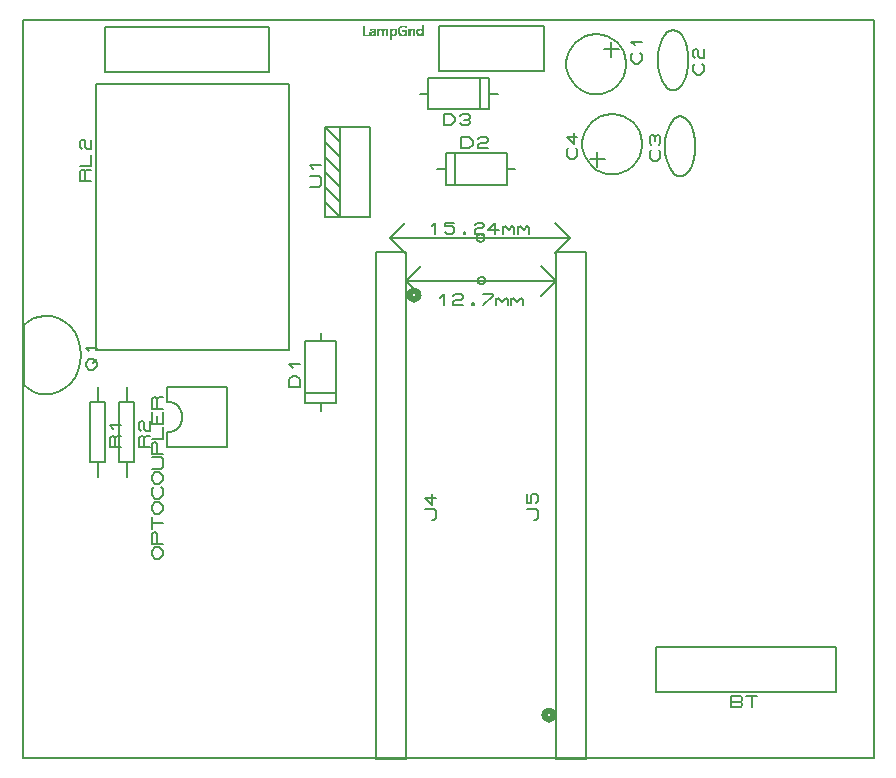
<source format=gbr>
G04 PROTEUS GERBER X2 FILE*
%TF.GenerationSoftware,Labcenter,Proteus,8.6-SP2-Build23525*%
%TF.CreationDate,2020-11-09T16:46:44+00:00*%
%TF.FileFunction,Legend,Top*%
%TF.FilePolarity,Positive*%
%TF.Part,Single*%
%FSLAX45Y45*%
%MOMM*%
G01*
%TA.AperFunction,Material*%
%ADD27C,0.508000*%
%ADD28C,0.152400*%
%ADD29C,0.203200*%
%TA.AperFunction,Profile*%
%ADD24C,0.203200*%
%TA.AperFunction,NonMaterial*%
%ADD72C,0.203200*%
%TA.AperFunction,Material*%
%ADD73C,0.063500*%
%TD.AperFunction*%
D27*
X+2101600Y+1917000D02*
X+2101469Y+1920158D01*
X+2100403Y+1926476D01*
X+2098172Y+1932794D01*
X+2094527Y+1939112D01*
X+2088952Y+1945351D01*
X+2082634Y+1949947D01*
X+2076316Y+1952880D01*
X+2069998Y+1954542D01*
X+2063680Y+1955100D01*
X+2063500Y+1955100D01*
X+2025400Y+1917000D02*
X+2025531Y+1920158D01*
X+2026597Y+1926476D01*
X+2028828Y+1932794D01*
X+2032473Y+1939112D01*
X+2038048Y+1945351D01*
X+2044366Y+1949947D01*
X+2050684Y+1952880D01*
X+2057002Y+1954542D01*
X+2063320Y+1955100D01*
X+2063500Y+1955100D01*
X+2025400Y+1917000D02*
X+2025531Y+1913842D01*
X+2026597Y+1907524D01*
X+2028828Y+1901206D01*
X+2032473Y+1894888D01*
X+2038048Y+1888649D01*
X+2044366Y+1884053D01*
X+2050684Y+1881120D01*
X+2057002Y+1879458D01*
X+2063320Y+1878900D01*
X+2063500Y+1878900D01*
X+2101600Y+1917000D02*
X+2101469Y+1913842D01*
X+2100403Y+1907524D01*
X+2098172Y+1901206D01*
X+2094527Y+1894888D01*
X+2088952Y+1888649D01*
X+2082634Y+1884053D01*
X+2076316Y+1881120D01*
X+2069998Y+1879458D01*
X+2063680Y+1878900D01*
X+2063500Y+1878900D01*
D28*
X+1746000Y+2285300D02*
X+1746000Y-2007300D01*
X+2000000Y-2007300D01*
X+2000000Y+2285300D01*
X+1746000Y+2285300D01*
D29*
X+2218440Y+12000D02*
X+2233680Y+12000D01*
X+2248920Y+27875D01*
X+2248920Y+91375D01*
X+2233680Y+107250D01*
X+2157480Y+107250D01*
X+2218440Y+234250D02*
X+2218440Y+139000D01*
X+2157480Y+202500D01*
X+2248920Y+202500D01*
D27*
X+3244600Y-1639000D02*
X+3244469Y-1635842D01*
X+3243403Y-1629524D01*
X+3241172Y-1623206D01*
X+3237527Y-1616888D01*
X+3231952Y-1610649D01*
X+3225634Y-1606053D01*
X+3219316Y-1603120D01*
X+3212998Y-1601458D01*
X+3206680Y-1600900D01*
X+3206500Y-1600900D01*
X+3168400Y-1639000D02*
X+3168531Y-1635842D01*
X+3169597Y-1629524D01*
X+3171828Y-1623206D01*
X+3175473Y-1616888D01*
X+3181048Y-1610649D01*
X+3187366Y-1606053D01*
X+3193684Y-1603120D01*
X+3200002Y-1601458D01*
X+3206320Y-1600900D01*
X+3206500Y-1600900D01*
X+3168400Y-1639000D02*
X+3168531Y-1642158D01*
X+3169597Y-1648476D01*
X+3171828Y-1654794D01*
X+3175473Y-1661112D01*
X+3181048Y-1667351D01*
X+3187366Y-1671947D01*
X+3193684Y-1674880D01*
X+3200002Y-1676542D01*
X+3206320Y-1677100D01*
X+3206500Y-1677100D01*
X+3244600Y-1639000D02*
X+3244469Y-1642158D01*
X+3243403Y-1648476D01*
X+3241172Y-1654794D01*
X+3237527Y-1661112D01*
X+3231952Y-1667351D01*
X+3225634Y-1671947D01*
X+3219316Y-1674880D01*
X+3212998Y-1676542D01*
X+3206680Y-1677100D01*
X+3206500Y-1677100D01*
D28*
X+3524000Y-2007300D02*
X+3524000Y+2285300D01*
X+3270000Y+2285300D01*
X+3270000Y-2007300D01*
X+3524000Y-2007300D01*
D29*
X+3082040Y+12000D02*
X+3097280Y+12000D01*
X+3112520Y+27875D01*
X+3112520Y+91375D01*
X+3097280Y+107250D01*
X+3021080Y+107250D01*
X+3021080Y+234250D02*
X+3021080Y+154875D01*
X+3051560Y+154875D01*
X+3051560Y+218375D01*
X+3066800Y+234250D01*
X+3097280Y+234250D01*
X+3112520Y+218375D01*
X+3112520Y+170750D01*
X+3097280Y+154875D01*
X+4115000Y-1440500D02*
X+5639000Y-1440500D01*
X+5639000Y-1059500D01*
X+4115000Y-1059500D01*
X+4115000Y-1440500D01*
X+4750000Y-1572580D02*
X+4750000Y-1481140D01*
X+4829375Y-1481140D01*
X+4845250Y-1496380D01*
X+4845250Y-1511620D01*
X+4829375Y-1526860D01*
X+4845250Y-1542100D01*
X+4845250Y-1557340D01*
X+4829375Y-1572580D01*
X+4750000Y-1572580D01*
X+4750000Y-1526860D02*
X+4829375Y-1526860D01*
X+4877000Y-1481140D02*
X+4972250Y-1481140D01*
X+4924625Y-1481140D02*
X+4924625Y-1572580D01*
D24*
X-1250000Y-2000000D02*
X+5960000Y-2000000D01*
X+5960000Y+4250000D01*
X-1250000Y+4250000D01*
X-1250000Y-2000000D01*
D72*
X+1865000Y+2401000D02*
X+3389000Y+2401000D01*
X+1865000Y+2401000D02*
X+1992000Y+2274000D01*
X+1865000Y+2401000D02*
X+1992000Y+2528000D01*
X+3389000Y+2401000D02*
X+3262000Y+2528000D01*
X+3389000Y+2401000D02*
X+3262000Y+2274000D01*
X+2658750Y+2401000D02*
X+2658641Y+2403634D01*
X+2657751Y+2408903D01*
X+2655889Y+2414172D01*
X+2652846Y+2419441D01*
X+2648191Y+2424643D01*
X+2642922Y+2428469D01*
X+2637653Y+2430909D01*
X+2632384Y+2432290D01*
X+2627115Y+2432750D01*
X+2627000Y+2432750D01*
X+2595250Y+2401000D02*
X+2595359Y+2403634D01*
X+2596249Y+2408903D01*
X+2598111Y+2414172D01*
X+2601154Y+2419441D01*
X+2605809Y+2424643D01*
X+2611078Y+2428469D01*
X+2616347Y+2430909D01*
X+2621616Y+2432290D01*
X+2626885Y+2432750D01*
X+2627000Y+2432750D01*
X+2595250Y+2401000D02*
X+2595359Y+2398366D01*
X+2596249Y+2393097D01*
X+2598111Y+2387828D01*
X+2601154Y+2382559D01*
X+2605809Y+2377357D01*
X+2611078Y+2373531D01*
X+2616347Y+2371091D01*
X+2621616Y+2369710D01*
X+2626885Y+2369250D01*
X+2627000Y+2369250D01*
X+2658750Y+2401000D02*
X+2658641Y+2398366D01*
X+2657751Y+2393097D01*
X+2655889Y+2387828D01*
X+2652846Y+2382559D01*
X+2648191Y+2377357D01*
X+2642922Y+2373531D01*
X+2637653Y+2371091D01*
X+2632384Y+2369710D01*
X+2627115Y+2369250D01*
X+2627000Y+2369250D01*
X+2214250Y+2498600D02*
X+2246000Y+2529080D01*
X+2246000Y+2437640D01*
X+2404750Y+2529080D02*
X+2325375Y+2529080D01*
X+2325375Y+2498600D01*
X+2388875Y+2498600D01*
X+2404750Y+2483360D01*
X+2404750Y+2452880D01*
X+2388875Y+2437640D01*
X+2341250Y+2437640D01*
X+2325375Y+2452880D01*
X+2484125Y+2452880D02*
X+2500000Y+2452880D01*
X+2500000Y+2437640D01*
X+2484125Y+2437640D01*
X+2484125Y+2452880D01*
X+2579375Y+2513840D02*
X+2595250Y+2529080D01*
X+2642875Y+2529080D01*
X+2658750Y+2513840D01*
X+2658750Y+2498600D01*
X+2642875Y+2483360D01*
X+2595250Y+2483360D01*
X+2579375Y+2468120D01*
X+2579375Y+2437640D01*
X+2658750Y+2437640D01*
X+2785750Y+2468120D02*
X+2690500Y+2468120D01*
X+2754000Y+2529080D01*
X+2754000Y+2437640D01*
X+2817500Y+2437640D02*
X+2817500Y+2498600D01*
X+2817500Y+2483360D02*
X+2833375Y+2498600D01*
X+2865125Y+2468120D01*
X+2896875Y+2498600D01*
X+2912750Y+2483360D01*
X+2912750Y+2437640D01*
X+2944500Y+2437640D02*
X+2944500Y+2498600D01*
X+2944500Y+2483360D02*
X+2960375Y+2498600D01*
X+2992125Y+2468120D01*
X+3023875Y+2498600D01*
X+3039750Y+2483360D01*
X+3039750Y+2437640D01*
X+2000000Y+2040000D02*
X+3270000Y+2040000D01*
X+2000000Y+2040000D02*
X+2127000Y+1913000D01*
X+2000000Y+2040000D02*
X+2127000Y+2167000D01*
X+3270000Y+2040000D02*
X+3143000Y+2167000D01*
X+3270000Y+2040000D02*
X+3143000Y+1913000D01*
X+2666750Y+2040000D02*
X+2666641Y+2042634D01*
X+2665751Y+2047903D01*
X+2663889Y+2053172D01*
X+2660846Y+2058441D01*
X+2656191Y+2063643D01*
X+2650922Y+2067469D01*
X+2645653Y+2069909D01*
X+2640384Y+2071290D01*
X+2635115Y+2071750D01*
X+2635000Y+2071750D01*
X+2603250Y+2040000D02*
X+2603359Y+2042634D01*
X+2604249Y+2047903D01*
X+2606111Y+2053172D01*
X+2609154Y+2058441D01*
X+2613809Y+2063643D01*
X+2619078Y+2067469D01*
X+2624347Y+2069909D01*
X+2629616Y+2071290D01*
X+2634885Y+2071750D01*
X+2635000Y+2071750D01*
X+2603250Y+2040000D02*
X+2603359Y+2037366D01*
X+2604249Y+2032097D01*
X+2606111Y+2026828D01*
X+2609154Y+2021559D01*
X+2613809Y+2016357D01*
X+2619078Y+2012531D01*
X+2624347Y+2010091D01*
X+2629616Y+2008710D01*
X+2634885Y+2008250D01*
X+2635000Y+2008250D01*
X+2666750Y+2040000D02*
X+2666641Y+2037366D01*
X+2665751Y+2032097D01*
X+2663889Y+2026828D01*
X+2660846Y+2021559D01*
X+2656191Y+2016357D01*
X+2650922Y+2012531D01*
X+2645653Y+2010091D01*
X+2640384Y+2008710D01*
X+2635115Y+2008250D01*
X+2635000Y+2008250D01*
X+2285750Y+1891600D02*
X+2317500Y+1922080D01*
X+2317500Y+1830640D01*
X+2396875Y+1906840D02*
X+2412750Y+1922080D01*
X+2460375Y+1922080D01*
X+2476250Y+1906840D01*
X+2476250Y+1891600D01*
X+2460375Y+1876360D01*
X+2412750Y+1876360D01*
X+2396875Y+1861120D01*
X+2396875Y+1830640D01*
X+2476250Y+1830640D01*
X+2555625Y+1845880D02*
X+2571500Y+1845880D01*
X+2571500Y+1830640D01*
X+2555625Y+1830640D01*
X+2555625Y+1845880D01*
X+2650875Y+1922080D02*
X+2730250Y+1922080D01*
X+2730250Y+1906840D01*
X+2650875Y+1830640D01*
X+2762000Y+1830640D02*
X+2762000Y+1891600D01*
X+2762000Y+1876360D02*
X+2777875Y+1891600D01*
X+2809625Y+1861120D01*
X+2841375Y+1891600D01*
X+2857250Y+1876360D01*
X+2857250Y+1830640D01*
X+2889000Y+1830640D02*
X+2889000Y+1891600D01*
X+2889000Y+1876360D02*
X+2904875Y+1891600D01*
X+2936625Y+1861120D01*
X+2968375Y+1891600D01*
X+2984250Y+1876360D01*
X+2984250Y+1830640D01*
D29*
X+2278000Y+3817000D02*
X+3163000Y+3817000D01*
X+3163000Y+4198000D01*
X+2278000Y+4198000D01*
X+2278000Y+3817000D01*
X-631000Y+1450000D02*
X+1009000Y+1450000D01*
X+1009000Y+3700000D01*
X-631000Y+3700000D01*
X-631000Y+1450000D01*
X-671640Y+2884500D02*
X-763080Y+2884500D01*
X-763080Y+2963875D01*
X-747840Y+2979750D01*
X-732600Y+2979750D01*
X-717360Y+2963875D01*
X-717360Y+2884500D01*
X-717360Y+2963875D02*
X-702120Y+2979750D01*
X-671640Y+2979750D01*
X-763080Y+3011500D02*
X-671640Y+3011500D01*
X-671640Y+3106750D01*
X-747840Y+3154375D02*
X-763080Y+3170250D01*
X-763080Y+3217875D01*
X-747840Y+3233750D01*
X-732600Y+3233750D01*
X-717360Y+3217875D01*
X-717360Y+3170250D01*
X-702120Y+3154375D01*
X-671640Y+3154375D01*
X-671640Y+3233750D01*
X-24000Y+1012000D02*
X-24000Y+1139000D01*
X+484000Y+1139000D01*
X+484000Y+631000D01*
X-24000Y+631000D01*
X-24000Y+758000D01*
X+103000Y+885000D02*
X+100564Y+910876D01*
X+93515Y+934848D01*
X+82238Y+956438D01*
X+67122Y+975170D01*
X+48554Y+990569D01*
X+26919Y+1002158D01*
X+2606Y+1009460D01*
X-24000Y+1012000D01*
X+103000Y+885000D02*
X+100564Y+858394D01*
X+93515Y+834081D01*
X+82238Y+812446D01*
X+67122Y+793878D01*
X+48554Y+778762D01*
X+26919Y+767485D01*
X+2606Y+760436D01*
X-24000Y+758000D01*
X-125600Y-313500D02*
X-156080Y-281750D01*
X-156080Y-250000D01*
X-125600Y-218250D01*
X-95120Y-218250D01*
X-64640Y-250000D01*
X-64640Y-281750D01*
X-95120Y-313500D01*
X-125600Y-313500D01*
X-64640Y-186500D02*
X-156080Y-186500D01*
X-156080Y-107125D01*
X-140840Y-91250D01*
X-125600Y-91250D01*
X-110360Y-107125D01*
X-110360Y-186500D01*
X-156080Y-59500D02*
X-156080Y+35750D01*
X-156080Y-11875D02*
X-64640Y-11875D01*
X-125600Y+67500D02*
X-156080Y+99250D01*
X-156080Y+131000D01*
X-125600Y+162750D01*
X-95120Y+162750D01*
X-64640Y+131000D01*
X-64640Y+99250D01*
X-95120Y+67500D01*
X-125600Y+67500D01*
X-79880Y+289750D02*
X-64640Y+273875D01*
X-64640Y+226250D01*
X-95120Y+194500D01*
X-125600Y+194500D01*
X-156080Y+226250D01*
X-156080Y+273875D01*
X-140840Y+289750D01*
X-125600Y+321500D02*
X-156080Y+353250D01*
X-156080Y+385000D01*
X-125600Y+416750D01*
X-95120Y+416750D01*
X-64640Y+385000D01*
X-64640Y+353250D01*
X-95120Y+321500D01*
X-125600Y+321500D01*
X-156080Y+448500D02*
X-79880Y+448500D01*
X-64640Y+464375D01*
X-64640Y+527875D01*
X-79880Y+543750D01*
X-156080Y+543750D01*
X-64640Y+575500D02*
X-156080Y+575500D01*
X-156080Y+654875D01*
X-140840Y+670750D01*
X-125600Y+670750D01*
X-110360Y+654875D01*
X-110360Y+575500D01*
X-156080Y+702500D02*
X-64640Y+702500D01*
X-64640Y+797750D01*
X-64640Y+924750D02*
X-64640Y+829500D01*
X-156080Y+829500D01*
X-156080Y+924750D01*
X-110360Y+829500D02*
X-110360Y+893000D01*
X-64640Y+956500D02*
X-156080Y+956500D01*
X-156080Y+1035875D01*
X-140840Y+1051750D01*
X-125600Y+1051750D01*
X-110360Y+1035875D01*
X-110360Y+956500D01*
X-110360Y+1035875D02*
X-95120Y+1051750D01*
X-64640Y+1051750D01*
X-548000Y+3802000D02*
X+837000Y+3802000D01*
X+837000Y+4183000D01*
X-548000Y+4183000D01*
X-548000Y+3802000D01*
X+1441000Y+2575000D02*
X+1695000Y+2575000D01*
X+1695000Y+3337000D01*
X+1441000Y+3337000D01*
X+1441000Y+2575000D01*
X+1314000Y+2575000D01*
X+1314000Y+3337000D01*
X+1441000Y+3337000D01*
X+1441000Y+2575000D02*
X+1314000Y+2702000D01*
X+1441000Y+2702000D02*
X+1314000Y+2829000D01*
X+1441000Y+2829000D02*
X+1314000Y+2956000D01*
X+1441000Y+2956000D02*
X+1314000Y+3083000D01*
X+1441000Y+3083000D02*
X+1314000Y+3210000D01*
X+1441000Y+3210000D02*
X+1314000Y+3337000D01*
X+1181920Y+2829000D02*
X+1258120Y+2829000D01*
X+1273360Y+2844875D01*
X+1273360Y+2908375D01*
X+1258120Y+2924250D01*
X+1181920Y+2924250D01*
X+1212400Y+2987750D02*
X+1181920Y+3019500D01*
X+1273360Y+3019500D01*
X-1237100Y+1663000D02*
X-1237100Y+1155000D01*
X-1072000Y+1739200D02*
X-1110298Y+1734438D01*
X-1149788Y+1720150D01*
X-1191658Y+1696338D01*
X-1237100Y+1663000D01*
X-1072000Y+1739200D02*
X-1007082Y+1736569D01*
X-947047Y+1720088D01*
X-893058Y+1691161D01*
X-846278Y+1651193D01*
X-807869Y+1601588D01*
X-778995Y+1543751D01*
X-760818Y+1479087D01*
X-754500Y+1409000D01*
X-1072000Y+1078800D02*
X-1110298Y+1083562D01*
X-1149788Y+1097850D01*
X-1191658Y+1121662D01*
X-1237100Y+1155000D01*
X-1072000Y+1078800D02*
X-1007082Y+1081431D01*
X-947047Y+1097912D01*
X-893058Y+1126839D01*
X-846278Y+1166807D01*
X-807869Y+1216412D01*
X-778995Y+1274249D01*
X-760818Y+1338913D01*
X-754500Y+1409000D01*
X-683380Y+1282000D02*
X-713860Y+1313750D01*
X-713860Y+1345500D01*
X-683380Y+1377250D01*
X-652900Y+1377250D01*
X-622420Y+1345500D01*
X-622420Y+1313750D01*
X-652900Y+1282000D01*
X-683380Y+1282000D01*
X-652900Y+1345500D02*
X-622420Y+1377250D01*
X-683380Y+1440750D02*
X-713860Y+1472500D01*
X-622420Y+1472500D01*
X+1139380Y+1006920D02*
X+1406080Y+1006920D01*
X+1406080Y+1525080D01*
X+1139380Y+1525080D01*
X+1139380Y+1006920D01*
X+1141920Y+1088200D02*
X+1403540Y+1088200D01*
X+1274000Y+935800D02*
X+1274000Y+1006920D01*
X+1274000Y+1525080D02*
X+1274000Y+1596200D01*
X+1098740Y+1139000D02*
X+1007300Y+1139000D01*
X+1007300Y+1202500D01*
X+1037780Y+1234250D01*
X+1068260Y+1234250D01*
X+1098740Y+1202500D01*
X+1098740Y+1139000D01*
X+1037780Y+1297750D02*
X+1007300Y+1329500D01*
X+1098740Y+1329500D01*
X+2332920Y+2852920D02*
X+2851080Y+2852920D01*
X+2851080Y+3119620D01*
X+2332920Y+3119620D01*
X+2332920Y+2852920D01*
X+2414200Y+3117080D02*
X+2414200Y+2855460D01*
X+2261800Y+2985000D02*
X+2332920Y+2985000D01*
X+2851080Y+2985000D02*
X+2922200Y+2985000D01*
X+2465000Y+3160260D02*
X+2465000Y+3251700D01*
X+2528500Y+3251700D01*
X+2560250Y+3221220D01*
X+2560250Y+3190740D01*
X+2528500Y+3160260D01*
X+2465000Y+3160260D01*
X+2607875Y+3236460D02*
X+2623750Y+3251700D01*
X+2671375Y+3251700D01*
X+2687250Y+3236460D01*
X+2687250Y+3221220D01*
X+2671375Y+3205980D01*
X+2623750Y+3205980D01*
X+2607875Y+3190740D01*
X+2607875Y+3160260D01*
X+2687250Y+3160260D01*
X+2181920Y+3488380D02*
X+2700080Y+3488380D01*
X+2700080Y+3755080D01*
X+2181920Y+3755080D01*
X+2181920Y+3488380D01*
X+2618800Y+3490920D02*
X+2618800Y+3752540D01*
X+2771200Y+3623000D02*
X+2700080Y+3623000D01*
X+2181920Y+3623000D02*
X+2110800Y+3623000D01*
X+2314000Y+3356300D02*
X+2314000Y+3447740D01*
X+2377500Y+3447740D01*
X+2409250Y+3417260D01*
X+2409250Y+3386780D01*
X+2377500Y+3356300D01*
X+2314000Y+3356300D01*
X+2456875Y+3432500D02*
X+2472750Y+3447740D01*
X+2520375Y+3447740D01*
X+2536250Y+3432500D01*
X+2536250Y+3417260D01*
X+2520375Y+3402020D01*
X+2536250Y+3386780D01*
X+2536250Y+3371540D01*
X+2520375Y+3356300D01*
X+2472750Y+3356300D01*
X+2456875Y+3371540D01*
X+2488625Y+3402020D02*
X+2520375Y+3402020D01*
D73*
X+1859220Y+4086914D02*
X+1869380Y+4086914D01*
X+1859220Y+4091994D02*
X+1869380Y+4091994D01*
X+1859220Y+4097074D02*
X+1869380Y+4097074D01*
X+1859220Y+4102154D02*
X+1869380Y+4102154D01*
X+1859220Y+4107234D02*
X+1869380Y+4107234D01*
X+1859220Y+4112314D02*
X+1869380Y+4112314D01*
X+1630620Y+4117394D02*
X+1681420Y+4117394D01*
X+1696660Y+4117394D02*
X+1716980Y+4117394D01*
X+1727140Y+4117394D02*
X+1737300Y+4117394D01*
X+1752540Y+4117394D02*
X+1762700Y+4117394D01*
X+1793180Y+4117394D02*
X+1803340Y+4117394D01*
X+1828740Y+4117394D02*
X+1838900Y+4117394D01*
X+1859220Y+4117394D02*
X+1869380Y+4117394D01*
X+1879540Y+4117394D02*
X+1899860Y+4117394D01*
X+1950660Y+4117394D02*
X+1986220Y+4117394D01*
X+2016700Y+4117394D02*
X+2026860Y+4117394D01*
X+2057340Y+4117394D02*
X+2067500Y+4117394D01*
X+2097980Y+4117394D02*
X+2118300Y+4117394D01*
X+2128460Y+4117394D02*
X+2138620Y+4117394D01*
X+1630620Y+4122474D02*
X+1681420Y+4122474D01*
X+1691580Y+4122474D02*
X+1722060Y+4122474D01*
X+1727140Y+4122474D02*
X+1737300Y+4122474D01*
X+1752540Y+4122474D02*
X+1762700Y+4122474D01*
X+1793180Y+4122474D02*
X+1803340Y+4122474D01*
X+1828740Y+4122474D02*
X+1838900Y+4122474D01*
X+1859220Y+4122474D02*
X+1904940Y+4122474D01*
X+1940500Y+4122474D02*
X+1996380Y+4122474D01*
X+2016700Y+4122474D02*
X+2026860Y+4122474D01*
X+2057340Y+4122474D02*
X+2067500Y+4122474D01*
X+2087820Y+4122474D02*
X+2123380Y+4122474D01*
X+2128460Y+4122474D02*
X+2138620Y+4122474D01*
X+1630620Y+4127554D02*
X+1640780Y+4127554D01*
X+1686500Y+4127554D02*
X+1701740Y+4127554D01*
X+1716980Y+4127554D02*
X+1737300Y+4127554D01*
X+1752540Y+4127554D02*
X+1762700Y+4127554D01*
X+1793180Y+4127554D02*
X+1803340Y+4127554D01*
X+1828740Y+4127554D02*
X+1838900Y+4127554D01*
X+1859220Y+4127554D02*
X+1874460Y+4127554D01*
X+1894780Y+4127554D02*
X+1910020Y+4127554D01*
X+1935420Y+4127554D02*
X+1955740Y+4127554D01*
X+1981140Y+4127554D02*
X+1996380Y+4127554D01*
X+2016700Y+4127554D02*
X+2026860Y+4127554D01*
X+2057340Y+4127554D02*
X+2067500Y+4127554D01*
X+2087820Y+4127554D02*
X+2103060Y+4127554D01*
X+2118300Y+4127554D02*
X+2138620Y+4127554D01*
X+1630620Y+4132634D02*
X+1640780Y+4132634D01*
X+1686500Y+4132634D02*
X+1696660Y+4132634D01*
X+1722060Y+4132634D02*
X+1737300Y+4132634D01*
X+1752540Y+4132634D02*
X+1762700Y+4132634D01*
X+1793180Y+4132634D02*
X+1803340Y+4132634D01*
X+1828740Y+4132634D02*
X+1838900Y+4132634D01*
X+1859220Y+4132634D02*
X+1869380Y+4132634D01*
X+1899860Y+4132634D02*
X+1915100Y+4132634D01*
X+1930340Y+4132634D02*
X+1945580Y+4132634D01*
X+1986220Y+4132634D02*
X+1996380Y+4132634D01*
X+2016700Y+4132634D02*
X+2026860Y+4132634D01*
X+2057340Y+4132634D02*
X+2067500Y+4132634D01*
X+2082740Y+4132634D02*
X+2097980Y+4132634D01*
X+2123380Y+4132634D02*
X+2138620Y+4132634D01*
X+1630620Y+4137714D02*
X+1640780Y+4137714D01*
X+1686500Y+4137714D02*
X+1696660Y+4137714D01*
X+1727140Y+4137714D02*
X+1737300Y+4137714D01*
X+1752540Y+4137714D02*
X+1762700Y+4137714D01*
X+1793180Y+4137714D02*
X+1803340Y+4137714D01*
X+1828740Y+4137714D02*
X+1838900Y+4137714D01*
X+1859220Y+4137714D02*
X+1869380Y+4137714D01*
X+1904940Y+4137714D02*
X+1915100Y+4137714D01*
X+1930340Y+4137714D02*
X+1940500Y+4137714D01*
X+1986220Y+4137714D02*
X+1996380Y+4137714D01*
X+2016700Y+4137714D02*
X+2026860Y+4137714D01*
X+2057340Y+4137714D02*
X+2067500Y+4137714D01*
X+2082740Y+4137714D02*
X+2092900Y+4137714D01*
X+2128460Y+4137714D02*
X+2138620Y+4137714D01*
X+1630620Y+4142794D02*
X+1640780Y+4142794D01*
X+1686500Y+4142794D02*
X+1706820Y+4142794D01*
X+1727140Y+4142794D02*
X+1737300Y+4142794D01*
X+1752540Y+4142794D02*
X+1762700Y+4142794D01*
X+1793180Y+4142794D02*
X+1803340Y+4142794D01*
X+1828740Y+4142794D02*
X+1838900Y+4142794D01*
X+1859220Y+4142794D02*
X+1869380Y+4142794D01*
X+1904940Y+4142794D02*
X+1915100Y+4142794D01*
X+1925260Y+4142794D02*
X+1940500Y+4142794D01*
X+1986220Y+4142794D02*
X+1996380Y+4142794D01*
X+2016700Y+4142794D02*
X+2026860Y+4142794D01*
X+2057340Y+4142794D02*
X+2067500Y+4142794D01*
X+2082740Y+4142794D02*
X+2092900Y+4142794D01*
X+2128460Y+4142794D02*
X+2138620Y+4142794D01*
X+1630620Y+4147874D02*
X+1640780Y+4147874D01*
X+1691580Y+4147874D02*
X+1737300Y+4147874D01*
X+1752540Y+4147874D02*
X+1762700Y+4147874D01*
X+1793180Y+4147874D02*
X+1803340Y+4147874D01*
X+1828740Y+4147874D02*
X+1838900Y+4147874D01*
X+1859220Y+4147874D02*
X+1869380Y+4147874D01*
X+1904940Y+4147874D02*
X+1915100Y+4147874D01*
X+1925260Y+4147874D02*
X+1935420Y+4147874D01*
X+1986220Y+4147874D02*
X+1996380Y+4147874D01*
X+2016700Y+4147874D02*
X+2026860Y+4147874D01*
X+2057340Y+4147874D02*
X+2067500Y+4147874D01*
X+2082740Y+4147874D02*
X+2092900Y+4147874D01*
X+2128460Y+4147874D02*
X+2138620Y+4147874D01*
X+1630620Y+4152954D02*
X+1640780Y+4152954D01*
X+1706820Y+4152954D02*
X+1737300Y+4152954D01*
X+1752540Y+4152954D02*
X+1762700Y+4152954D01*
X+1793180Y+4152954D02*
X+1803340Y+4152954D01*
X+1828740Y+4152954D02*
X+1838900Y+4152954D01*
X+1859220Y+4152954D02*
X+1869380Y+4152954D01*
X+1904940Y+4152954D02*
X+1915100Y+4152954D01*
X+1925260Y+4152954D02*
X+1935420Y+4152954D01*
X+1965900Y+4152954D02*
X+1996380Y+4152954D01*
X+2016700Y+4152954D02*
X+2026860Y+4152954D01*
X+2057340Y+4152954D02*
X+2067500Y+4152954D01*
X+2082740Y+4152954D02*
X+2092900Y+4152954D01*
X+2128460Y+4152954D02*
X+2138620Y+4152954D01*
X+1630620Y+4158034D02*
X+1640780Y+4158034D01*
X+1727140Y+4158034D02*
X+1737300Y+4158034D01*
X+1752540Y+4158034D02*
X+1767780Y+4158034D01*
X+1793180Y+4158034D02*
X+1808420Y+4158034D01*
X+1828740Y+4158034D02*
X+1838900Y+4158034D01*
X+1859220Y+4158034D02*
X+1874460Y+4158034D01*
X+1899860Y+4158034D02*
X+1915100Y+4158034D01*
X+1925260Y+4158034D02*
X+1935420Y+4158034D01*
X+1965900Y+4158034D02*
X+1996380Y+4158034D01*
X+2016700Y+4158034D02*
X+2031940Y+4158034D01*
X+2057340Y+4158034D02*
X+2067500Y+4158034D01*
X+2082740Y+4158034D02*
X+2097980Y+4158034D01*
X+2128460Y+4158034D02*
X+2138620Y+4158034D01*
X+1630620Y+4163114D02*
X+1640780Y+4163114D01*
X+1691580Y+4163114D02*
X+1696660Y+4163114D01*
X+1722060Y+4163114D02*
X+1737300Y+4163114D01*
X+1752540Y+4163114D02*
X+1767780Y+4163114D01*
X+1788100Y+4163114D02*
X+1808420Y+4163114D01*
X+1823660Y+4163114D02*
X+1838900Y+4163114D01*
X+1859220Y+4163114D02*
X+1879540Y+4163114D01*
X+1899860Y+4163114D02*
X+1910020Y+4163114D01*
X+1925260Y+4163114D02*
X+1935420Y+4163114D01*
X+2016700Y+4163114D02*
X+2037020Y+4163114D01*
X+2052260Y+4163114D02*
X+2067500Y+4163114D01*
X+2087820Y+4163114D02*
X+2103060Y+4163114D01*
X+2123380Y+4163114D02*
X+2138620Y+4163114D01*
X+1630620Y+4168194D02*
X+1640780Y+4168194D01*
X+1691580Y+4168194D02*
X+1732220Y+4168194D01*
X+1752540Y+4168194D02*
X+1762700Y+4168194D01*
X+1767780Y+4168194D02*
X+1798260Y+4168194D01*
X+1803340Y+4168194D02*
X+1833820Y+4168194D01*
X+1859220Y+4168194D02*
X+1869380Y+4168194D01*
X+1874460Y+4168194D02*
X+1910020Y+4168194D01*
X+1925260Y+4168194D02*
X+1935420Y+4168194D01*
X+2016700Y+4168194D02*
X+2026860Y+4168194D01*
X+2031940Y+4168194D02*
X+2062420Y+4168194D01*
X+2092900Y+4168194D02*
X+2138620Y+4168194D01*
X+1630620Y+4173274D02*
X+1640780Y+4173274D01*
X+1696660Y+4173274D02*
X+1727140Y+4173274D01*
X+1752540Y+4173274D02*
X+1762700Y+4173274D01*
X+1772860Y+4173274D02*
X+1793180Y+4173274D01*
X+1808420Y+4173274D02*
X+1828740Y+4173274D01*
X+1859220Y+4173274D02*
X+1869380Y+4173274D01*
X+1879540Y+4173274D02*
X+1899860Y+4173274D01*
X+1930340Y+4173274D02*
X+1940500Y+4173274D01*
X+2016700Y+4173274D02*
X+2026860Y+4173274D01*
X+2037020Y+4173274D02*
X+2057340Y+4173274D01*
X+2097980Y+4173274D02*
X+2118300Y+4173274D01*
X+2128460Y+4173274D02*
X+2138620Y+4173274D01*
X+1630620Y+4178354D02*
X+1640780Y+4178354D01*
X+1930340Y+4178354D02*
X+1940500Y+4178354D01*
X+2128460Y+4178354D02*
X+2138620Y+4178354D01*
X+1630620Y+4183434D02*
X+1640780Y+4183434D01*
X+1935420Y+4183434D02*
X+1945580Y+4183434D01*
X+2128460Y+4183434D02*
X+2138620Y+4183434D01*
X+1630620Y+4188514D02*
X+1640780Y+4188514D01*
X+1940500Y+4188514D02*
X+1955740Y+4188514D01*
X+1991300Y+4188514D02*
X+1996380Y+4188514D01*
X+2128460Y+4188514D02*
X+2138620Y+4188514D01*
X+1630620Y+4193594D02*
X+1640780Y+4193594D01*
X+1945580Y+4193594D02*
X+1996380Y+4193594D01*
X+2128460Y+4193594D02*
X+2138620Y+4193594D01*
X+1630620Y+4198674D02*
X+1640780Y+4198674D01*
X+1955740Y+4198674D02*
X+1991300Y+4198674D01*
X+2128460Y+4198674D02*
X+2138620Y+4198674D01*
X+2128460Y+4203754D02*
X+2138620Y+4203754D01*
D29*
X+4258000Y+4160000D02*
X+4283876Y+4154920D01*
X+4307848Y+4140315D01*
X+4329438Y+4117138D01*
X+4348170Y+4086340D01*
X+4363569Y+4048875D01*
X+4375158Y+4005695D01*
X+4382460Y+3957752D01*
X+4385000Y+3906000D01*
X+4258000Y+3652000D02*
X+4283876Y+3657080D01*
X+4307848Y+3671685D01*
X+4329438Y+3694862D01*
X+4348170Y+3725660D01*
X+4363569Y+3763125D01*
X+4375158Y+3806305D01*
X+4382460Y+3854248D01*
X+4385000Y+3906000D01*
X+4258000Y+4160000D02*
X+4232124Y+4154920D01*
X+4208152Y+4140315D01*
X+4186562Y+4117138D01*
X+4167830Y+4086340D01*
X+4152431Y+4048875D01*
X+4140842Y+4005695D01*
X+4133540Y+3957752D01*
X+4131000Y+3906000D01*
X+4258000Y+3652000D02*
X+4232124Y+3657080D01*
X+4208152Y+3671685D01*
X+4186562Y+3694862D01*
X+4167830Y+3725660D01*
X+4152431Y+3763125D01*
X+4140842Y+3806305D01*
X+4133540Y+3854248D01*
X+4131000Y+3906000D01*
X+4501840Y+3874250D02*
X+4517080Y+3858375D01*
X+4517080Y+3810750D01*
X+4486600Y+3779000D01*
X+4456120Y+3779000D01*
X+4425640Y+3810750D01*
X+4425640Y+3858375D01*
X+4440880Y+3874250D01*
X+4440880Y+3921875D02*
X+4425640Y+3937750D01*
X+4425640Y+3985375D01*
X+4440880Y+4001250D01*
X+4456120Y+4001250D01*
X+4471360Y+3985375D01*
X+4471360Y+3937750D01*
X+4486600Y+3921875D01*
X+4517080Y+3921875D01*
X+4517080Y+4001250D01*
X+3862000Y+3872000D02*
X+3861173Y+3892483D01*
X+3854455Y+3933450D01*
X+3840437Y+3974417D01*
X+3817659Y+4015384D01*
X+3782859Y+4056229D01*
X+3741892Y+4087845D01*
X+3700925Y+4108392D01*
X+3659958Y+4120629D01*
X+3618991Y+4125762D01*
X+3608000Y+4126000D01*
X+3354000Y+3872000D02*
X+3354827Y+3892483D01*
X+3361545Y+3933450D01*
X+3375563Y+3974417D01*
X+3398341Y+4015384D01*
X+3433141Y+4056229D01*
X+3474108Y+4087845D01*
X+3515075Y+4108392D01*
X+3556042Y+4120629D01*
X+3597009Y+4125762D01*
X+3608000Y+4126000D01*
X+3354000Y+3872000D02*
X+3354827Y+3851517D01*
X+3361545Y+3810550D01*
X+3375563Y+3769583D01*
X+3398341Y+3728616D01*
X+3433141Y+3687771D01*
X+3474108Y+3656155D01*
X+3515075Y+3635608D01*
X+3556042Y+3623371D01*
X+3597009Y+3618238D01*
X+3608000Y+3618000D01*
X+3862000Y+3872000D02*
X+3861173Y+3851517D01*
X+3854455Y+3810550D01*
X+3840437Y+3769583D01*
X+3817659Y+3728616D01*
X+3782859Y+3687771D01*
X+3741892Y+3656155D01*
X+3700925Y+3635608D01*
X+3659958Y+3623371D01*
X+3618991Y+3618238D01*
X+3608000Y+3618000D01*
X+3735000Y+4062500D02*
X+3735000Y+3935500D01*
X+3798500Y+3999000D02*
X+3671500Y+3999000D01*
X+3978840Y+3968170D02*
X+3994080Y+3952295D01*
X+3994080Y+3904670D01*
X+3963600Y+3872920D01*
X+3933120Y+3872920D01*
X+3902640Y+3904670D01*
X+3902640Y+3952295D01*
X+3917880Y+3968170D01*
X+3933120Y+4031670D02*
X+3902640Y+4063420D01*
X+3994080Y+4063420D01*
X+3997000Y+3194000D02*
X+3996173Y+3214483D01*
X+3989455Y+3255450D01*
X+3975437Y+3296417D01*
X+3952659Y+3337384D01*
X+3917859Y+3378229D01*
X+3876892Y+3409845D01*
X+3835925Y+3430392D01*
X+3794958Y+3442629D01*
X+3753991Y+3447762D01*
X+3743000Y+3448000D01*
X+3489000Y+3194000D02*
X+3489827Y+3214483D01*
X+3496545Y+3255450D01*
X+3510563Y+3296417D01*
X+3533341Y+3337384D01*
X+3568141Y+3378229D01*
X+3609108Y+3409845D01*
X+3650075Y+3430392D01*
X+3691042Y+3442629D01*
X+3732009Y+3447762D01*
X+3743000Y+3448000D01*
X+3489000Y+3194000D02*
X+3489827Y+3173517D01*
X+3496545Y+3132550D01*
X+3510563Y+3091583D01*
X+3533341Y+3050616D01*
X+3568141Y+3009771D01*
X+3609108Y+2978155D01*
X+3650075Y+2957608D01*
X+3691042Y+2945371D01*
X+3732009Y+2940238D01*
X+3743000Y+2940000D01*
X+3997000Y+3194000D02*
X+3996173Y+3173517D01*
X+3989455Y+3132550D01*
X+3975437Y+3091583D01*
X+3952659Y+3050616D01*
X+3917859Y+3009771D01*
X+3876892Y+2978155D01*
X+3835925Y+2957608D01*
X+3794958Y+2945371D01*
X+3753991Y+2940238D01*
X+3743000Y+2940000D01*
X+3616000Y+3003500D02*
X+3616000Y+3130500D01*
X+3552500Y+3067000D02*
X+3679500Y+3067000D01*
X+3433120Y+3161330D02*
X+3448360Y+3145455D01*
X+3448360Y+3097830D01*
X+3417880Y+3066080D01*
X+3387400Y+3066080D01*
X+3356920Y+3097830D01*
X+3356920Y+3145455D01*
X+3372160Y+3161330D01*
X+3417880Y+3288330D02*
X+3417880Y+3193080D01*
X+3356920Y+3256580D01*
X+3448360Y+3256580D01*
X+4318000Y+2921000D02*
X+4292124Y+2926080D01*
X+4268152Y+2940685D01*
X+4246562Y+2963862D01*
X+4227830Y+2994660D01*
X+4212431Y+3032125D01*
X+4200842Y+3075305D01*
X+4193540Y+3123248D01*
X+4191000Y+3175000D01*
X+4318000Y+3429000D02*
X+4292124Y+3423920D01*
X+4268152Y+3409315D01*
X+4246562Y+3386138D01*
X+4227830Y+3355340D01*
X+4212431Y+3317875D01*
X+4200842Y+3274695D01*
X+4193540Y+3226752D01*
X+4191000Y+3175000D01*
X+4318000Y+2921000D02*
X+4343876Y+2926080D01*
X+4367848Y+2940685D01*
X+4389438Y+2963862D01*
X+4408170Y+2994660D01*
X+4423569Y+3032125D01*
X+4435158Y+3075305D01*
X+4442460Y+3123248D01*
X+4445000Y+3175000D01*
X+4318000Y+3429000D02*
X+4343876Y+3423920D01*
X+4367848Y+3409315D01*
X+4389438Y+3386138D01*
X+4408170Y+3355340D01*
X+4423569Y+3317875D01*
X+4435158Y+3274695D01*
X+4442460Y+3226752D01*
X+4445000Y+3175000D01*
X+4135120Y+3143250D02*
X+4150360Y+3127375D01*
X+4150360Y+3079750D01*
X+4119880Y+3048000D01*
X+4089400Y+3048000D01*
X+4058920Y+3079750D01*
X+4058920Y+3127375D01*
X+4074160Y+3143250D01*
X+4074160Y+3190875D02*
X+4058920Y+3206750D01*
X+4058920Y+3254375D01*
X+4074160Y+3270250D01*
X+4089400Y+3270250D01*
X+4104640Y+3254375D01*
X+4119880Y+3270250D01*
X+4135120Y+3270250D01*
X+4150360Y+3254375D01*
X+4150360Y+3206750D01*
X+4135120Y+3190875D01*
X+4104640Y+3222625D02*
X+4104640Y+3254375D01*
X-369000Y+1135000D02*
X-369000Y+1008000D01*
X-432500Y+500000D02*
X-305500Y+500000D01*
X-305500Y+1008000D01*
X-432500Y+1008000D01*
X-432500Y+500000D01*
X-369000Y+500000D02*
X-369000Y+373000D01*
X-173420Y+627000D02*
X-264860Y+627000D01*
X-264860Y+706375D01*
X-249620Y+722250D01*
X-234380Y+722250D01*
X-219140Y+706375D01*
X-219140Y+627000D01*
X-219140Y+706375D02*
X-203900Y+722250D01*
X-173420Y+722250D01*
X-249620Y+769875D02*
X-264860Y+785750D01*
X-264860Y+833375D01*
X-249620Y+849250D01*
X-234380Y+849250D01*
X-219140Y+833375D01*
X-219140Y+785750D01*
X-203900Y+769875D01*
X-173420Y+769875D01*
X-173420Y+849250D01*
X-615000Y+1135000D02*
X-615000Y+1008000D01*
X-678500Y+500000D02*
X-551500Y+500000D01*
X-551500Y+1008000D01*
X-678500Y+1008000D01*
X-678500Y+500000D01*
X-615000Y+500000D02*
X-615000Y+373000D01*
X-419420Y+627000D02*
X-510860Y+627000D01*
X-510860Y+706375D01*
X-495620Y+722250D01*
X-480380Y+722250D01*
X-465140Y+706375D01*
X-465140Y+627000D01*
X-465140Y+706375D02*
X-449900Y+722250D01*
X-419420Y+722250D01*
X-480380Y+785750D02*
X-510860Y+817500D01*
X-419420Y+817500D01*
M02*

</source>
